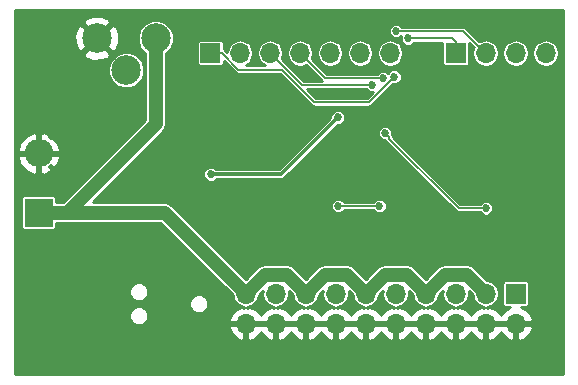
<source format=gbl>
G04 #@! TF.FileFunction,Copper,L2,Bot,Signal*
%FSLAX46Y46*%
G04 Gerber Fmt 4.6, Leading zero omitted, Abs format (unit mm)*
G04 Created by KiCad (PCBNEW 4.0.7) date 01/22/18 19:47:42*
%MOMM*%
%LPD*%
G01*
G04 APERTURE LIST*
%ADD10C,0.100000*%
%ADD11C,0.508000*%
%ADD12R,2.400000X2.400000*%
%ADD13O,2.400000X2.400000*%
%ADD14R,1.700000X1.700000*%
%ADD15O,1.700000X1.700000*%
%ADD16C,2.500000*%
%ADD17C,0.685800*%
%ADD18C,1.219200*%
%ADD19C,0.304800*%
%ADD20C,0.152400*%
%ADD21C,0.254000*%
G04 APERTURE END LIST*
D10*
D11*
X135737600Y-74574400D03*
X154952700Y-59601100D03*
X143903700Y-61582300D03*
X173139100Y-78193900D03*
X170599100Y-78193900D03*
X168059100Y-78193900D03*
X165519100Y-78193900D03*
X162979100Y-78193900D03*
X160439100Y-78193900D03*
X157899100Y-78193900D03*
X155359100Y-78193900D03*
X152819100Y-78193900D03*
X150279100Y-78193900D03*
X147739100Y-78193900D03*
X145199100Y-78193900D03*
X142659100Y-78193900D03*
X140131800Y-78536800D03*
X137591800Y-78536800D03*
X135039100Y-78193900D03*
X132499100Y-78193900D03*
X129959100Y-78193900D03*
X127419100Y-78193900D03*
X173139100Y-75653900D03*
X170611800Y-74942700D03*
X168071800Y-74942700D03*
X165531800Y-74942700D03*
X162991800Y-74942700D03*
X160451800Y-74942700D03*
X157911800Y-74942700D03*
X155371800Y-74942700D03*
X152831800Y-74942700D03*
X150291800Y-74942700D03*
X147751800Y-74942700D03*
X145211800Y-74942700D03*
X140893800Y-76403200D03*
X140576300Y-74523600D03*
X135991600Y-72402700D03*
X132499100Y-75653900D03*
X129959100Y-75653900D03*
X127419100Y-75653900D03*
X173139100Y-73113900D03*
X170599100Y-73113900D03*
X168059100Y-73113900D03*
X142633700Y-72377300D03*
X140119100Y-73113900D03*
X137363200Y-74587100D03*
X132499100Y-73113900D03*
X129959100Y-73113900D03*
X127419100Y-73113900D03*
X173139100Y-70573900D03*
X170599100Y-70573900D03*
X168059100Y-70573900D03*
X165519100Y-70573900D03*
X162979100Y-70573900D03*
X160439100Y-70573900D03*
X157899100Y-70573900D03*
X155359100Y-70573900D03*
X152819100Y-70573900D03*
X150279100Y-70573900D03*
X147739100Y-70573900D03*
X145199100Y-70573900D03*
X140119100Y-70573900D03*
X137579100Y-70573900D03*
X132499100Y-70573900D03*
X129959100Y-70573900D03*
X127419100Y-70573900D03*
X173139100Y-68033900D03*
X170599100Y-68033900D03*
X168046400Y-69253100D03*
X165506400Y-69253100D03*
X162966400Y-69253100D03*
X160426400Y-69253100D03*
X157886400Y-69253100D03*
X155346400Y-69253100D03*
X152806400Y-69253100D03*
X150266400Y-69253100D03*
X147726400Y-69253100D03*
X143827500Y-69240400D03*
X142659100Y-68033900D03*
X137579100Y-68033900D03*
X135877300Y-68605400D03*
X132499100Y-68033900D03*
X173139100Y-65493900D03*
X170599100Y-65493900D03*
X168059100Y-65493900D03*
X165519100Y-65493900D03*
X162458400Y-65963800D03*
X160147000Y-65938400D03*
X157365700Y-65468500D03*
X154622500Y-64922400D03*
X152819100Y-65493900D03*
X149885400Y-66230500D03*
X140119100Y-65493900D03*
X135039100Y-65493900D03*
X173139100Y-62953900D03*
X170599100Y-62953900D03*
X168059100Y-62953900D03*
X165519100Y-62953900D03*
X162979100Y-62953900D03*
X161264600Y-62090300D03*
X157873700Y-62293500D03*
X155625800Y-61391800D03*
X153136600Y-63220600D03*
X146380200Y-62890400D03*
X142659100Y-62953900D03*
X140119100Y-62953900D03*
X136931400Y-63411100D03*
X132499100Y-62953900D03*
X129959100Y-62953900D03*
X127419100Y-62953900D03*
X173139100Y-60413900D03*
X170599100Y-60413900D03*
X168059100Y-60413900D03*
X166281100Y-60413900D03*
X163626800Y-60147200D03*
X160299400Y-60032900D03*
X150914100Y-59778900D03*
X148856700Y-60413900D03*
X145199100Y-60413900D03*
X142659100Y-60413900D03*
X135039100Y-60413900D03*
X132499100Y-60413900D03*
X129959100Y-60413900D03*
X127419100Y-60413900D03*
X173139100Y-57873900D03*
X170599100Y-57873900D03*
X168440100Y-57886600D03*
X165519100Y-57873900D03*
X160121600Y-57581800D03*
X154978100Y-58140600D03*
X152019000Y-58445400D03*
X150787100Y-57086500D03*
X147916900Y-56845200D03*
X144983200Y-56870600D03*
X142455900Y-56857900D03*
X140119100Y-57873900D03*
X137579100Y-57873900D03*
X135039100Y-57873900D03*
X132499100Y-57873900D03*
X129959100Y-57873900D03*
X127419100Y-57873900D03*
X173139100Y-55333900D03*
X168059100Y-55333900D03*
X165519100Y-55333900D03*
X162979100Y-55333900D03*
X159524700Y-56070500D03*
X156324300Y-56769000D03*
X155295600Y-54889400D03*
X153466800Y-56705500D03*
X149542500Y-55714900D03*
X147739100Y-55333900D03*
X144983200Y-55206900D03*
X142659100Y-55333900D03*
X140119100Y-55333900D03*
X154647900Y-52108100D03*
X157429200Y-52641500D03*
X132499100Y-55333900D03*
X129959100Y-55333900D03*
X127419100Y-55333900D03*
X173139100Y-52793900D03*
X170599100Y-52793900D03*
X168059100Y-52793900D03*
X162979100Y-52793900D03*
X159969200Y-54292500D03*
X129959100Y-52793900D03*
X127419100Y-52793900D03*
X173139100Y-50253900D03*
X170599100Y-50253900D03*
X168059100Y-50253900D03*
X165519100Y-50253900D03*
X162979100Y-50253900D03*
X160439100Y-50253900D03*
X158089600Y-49936400D03*
X155371800Y-49936400D03*
X152831800Y-49923700D03*
X150139400Y-49923700D03*
X147739100Y-50253900D03*
X145199100Y-50253900D03*
X142659100Y-50253900D03*
X140119100Y-50253900D03*
X137579100Y-50253900D03*
X135039100Y-50253900D03*
X132499100Y-50253900D03*
X129959100Y-50253900D03*
D12*
X128950000Y-66850000D03*
D13*
X128950000Y-61850000D03*
D14*
X143450000Y-53350000D03*
D15*
X145990000Y-53350000D03*
X148530000Y-53350000D03*
X151070000Y-53350000D03*
X153610000Y-53350000D03*
X156150000Y-53350000D03*
X158690000Y-53350000D03*
D16*
X136350000Y-54800000D03*
X138850000Y-52100000D03*
X133850000Y-52100000D03*
D14*
X164250000Y-53350000D03*
D15*
X166790000Y-53350000D03*
X169330000Y-53350000D03*
X171870000Y-53350000D03*
D14*
X169320000Y-73710000D03*
D15*
X169320000Y-76250000D03*
X166780000Y-73710000D03*
X166780000Y-76250000D03*
X164240000Y-73710000D03*
X164240000Y-76250000D03*
X161700000Y-73710000D03*
X161700000Y-76250000D03*
X159160000Y-73710000D03*
X159160000Y-76250000D03*
X156620000Y-73710000D03*
X156620000Y-76250000D03*
X154080000Y-73710000D03*
X154080000Y-76250000D03*
X151540000Y-73710000D03*
X151540000Y-76250000D03*
X149000000Y-73710000D03*
X149000000Y-76250000D03*
X146460000Y-73710000D03*
X146460000Y-76250000D03*
D11*
X127419100Y-50253900D03*
D17*
X154254200Y-58801000D03*
X143497300Y-63614300D03*
X159042100Y-55346600D03*
X159181800Y-51473100D03*
X160223200Y-52108100D03*
X157138620Y-56060254D03*
X158093987Y-55486475D03*
X158254700Y-60121800D03*
X166801800Y-66484500D03*
X157784800Y-66294000D03*
X154305000Y-66294000D03*
D18*
X161700000Y-73710000D02*
X163312001Y-72097999D01*
X163312001Y-72097999D02*
X165167999Y-72097999D01*
X165167999Y-72097999D02*
X165930001Y-72860001D01*
X165930001Y-72860001D02*
X166780000Y-73710000D01*
X156620000Y-73710000D02*
X158232001Y-72097999D01*
X158232001Y-72097999D02*
X160087999Y-72097999D01*
X160087999Y-72097999D02*
X160850001Y-72860001D01*
X160850001Y-72860001D02*
X161700000Y-73710000D01*
X151540000Y-73710000D02*
X153152001Y-72097999D01*
X153152001Y-72097999D02*
X155007999Y-72097999D01*
X155007999Y-72097999D02*
X155770001Y-72860001D01*
X155770001Y-72860001D02*
X156620000Y-73710000D01*
X146460000Y-73710000D02*
X148072001Y-72097999D01*
X148072001Y-72097999D02*
X149927999Y-72097999D01*
X149927999Y-72097999D02*
X150690001Y-72860001D01*
X150690001Y-72860001D02*
X151540000Y-73710000D01*
X128950000Y-66850000D02*
X139600000Y-66850000D01*
X139600000Y-66850000D02*
X146460000Y-73710000D01*
X138850000Y-52100000D02*
X138850000Y-59369200D01*
X138850000Y-59369200D02*
X131369200Y-66850000D01*
X131369200Y-66850000D02*
X128950000Y-66850000D01*
D19*
X143497300Y-63614300D02*
X149440900Y-63614300D01*
X149440900Y-63614300D02*
X154254200Y-58801000D01*
D20*
X152267236Y-57518302D02*
X156870398Y-57518302D01*
X156870398Y-57518302D02*
X159042100Y-55346600D01*
X145852100Y-54749700D02*
X149498634Y-54749700D01*
X144452400Y-53350000D02*
X145852100Y-54749700D01*
X143450000Y-53350000D02*
X144452400Y-53350000D01*
X149498634Y-54749700D02*
X152267236Y-57518302D01*
X159181800Y-51473100D02*
X164863100Y-51473100D01*
X164863100Y-51473100D02*
X166790000Y-53400000D01*
X160223200Y-52108100D02*
X163960500Y-52108100D01*
X163960500Y-52108100D02*
X164250000Y-52397600D01*
X164250000Y-52397600D02*
X164250000Y-53400000D01*
X148530000Y-53350000D02*
X151240254Y-56060254D01*
X156653687Y-56060254D02*
X157138620Y-56060254D01*
X151240254Y-56060254D02*
X156653687Y-56060254D01*
X157609054Y-55486475D02*
X158093987Y-55486475D01*
X153206475Y-55486475D02*
X157609054Y-55486475D01*
X151070000Y-53350000D02*
X153206475Y-55486475D01*
X158254700Y-60121800D02*
X158597599Y-60464699D01*
X158597599Y-60464699D02*
X158597599Y-60596261D01*
X158597599Y-60596261D02*
X164485838Y-66484500D01*
X166801800Y-66484500D02*
X164485838Y-66484500D01*
X154305000Y-66294000D02*
X157784800Y-66294000D01*
D21*
G36*
X173346400Y-80546400D02*
X126953600Y-80546400D01*
X126953600Y-76606892D01*
X145018514Y-76606892D01*
X145264817Y-77131358D01*
X145693076Y-77521645D01*
X146103110Y-77691476D01*
X146333000Y-77570155D01*
X146333000Y-76377000D01*
X146587000Y-76377000D01*
X146587000Y-77570155D01*
X146816890Y-77691476D01*
X147226924Y-77521645D01*
X147655183Y-77131358D01*
X147730000Y-76972046D01*
X147804817Y-77131358D01*
X148233076Y-77521645D01*
X148643110Y-77691476D01*
X148873000Y-77570155D01*
X148873000Y-76377000D01*
X149127000Y-76377000D01*
X149127000Y-77570155D01*
X149356890Y-77691476D01*
X149766924Y-77521645D01*
X150195183Y-77131358D01*
X150270000Y-76972046D01*
X150344817Y-77131358D01*
X150773076Y-77521645D01*
X151183110Y-77691476D01*
X151413000Y-77570155D01*
X151413000Y-76377000D01*
X151667000Y-76377000D01*
X151667000Y-77570155D01*
X151896890Y-77691476D01*
X152306924Y-77521645D01*
X152735183Y-77131358D01*
X152810000Y-76972046D01*
X152884817Y-77131358D01*
X153313076Y-77521645D01*
X153723110Y-77691476D01*
X153953000Y-77570155D01*
X153953000Y-76377000D01*
X154207000Y-76377000D01*
X154207000Y-77570155D01*
X154436890Y-77691476D01*
X154846924Y-77521645D01*
X155275183Y-77131358D01*
X155350000Y-76972046D01*
X155424817Y-77131358D01*
X155853076Y-77521645D01*
X156263110Y-77691476D01*
X156493000Y-77570155D01*
X156493000Y-76377000D01*
X156747000Y-76377000D01*
X156747000Y-77570155D01*
X156976890Y-77691476D01*
X157386924Y-77521645D01*
X157815183Y-77131358D01*
X157890000Y-76972046D01*
X157964817Y-77131358D01*
X158393076Y-77521645D01*
X158803110Y-77691476D01*
X159033000Y-77570155D01*
X159033000Y-76377000D01*
X159287000Y-76377000D01*
X159287000Y-77570155D01*
X159516890Y-77691476D01*
X159926924Y-77521645D01*
X160355183Y-77131358D01*
X160430000Y-76972046D01*
X160504817Y-77131358D01*
X160933076Y-77521645D01*
X161343110Y-77691476D01*
X161573000Y-77570155D01*
X161573000Y-76377000D01*
X161827000Y-76377000D01*
X161827000Y-77570155D01*
X162056890Y-77691476D01*
X162466924Y-77521645D01*
X162895183Y-77131358D01*
X162970000Y-76972046D01*
X163044817Y-77131358D01*
X163473076Y-77521645D01*
X163883110Y-77691476D01*
X164113000Y-77570155D01*
X164113000Y-76377000D01*
X164367000Y-76377000D01*
X164367000Y-77570155D01*
X164596890Y-77691476D01*
X165006924Y-77521645D01*
X165435183Y-77131358D01*
X165510000Y-76972046D01*
X165584817Y-77131358D01*
X166013076Y-77521645D01*
X166423110Y-77691476D01*
X166653000Y-77570155D01*
X166653000Y-76377000D01*
X166907000Y-76377000D01*
X166907000Y-77570155D01*
X167136890Y-77691476D01*
X167546924Y-77521645D01*
X167975183Y-77131358D01*
X168050000Y-76972046D01*
X168124817Y-77131358D01*
X168553076Y-77521645D01*
X168963110Y-77691476D01*
X169193000Y-77570155D01*
X169193000Y-76377000D01*
X169447000Y-76377000D01*
X169447000Y-77570155D01*
X169676890Y-77691476D01*
X170086924Y-77521645D01*
X170515183Y-77131358D01*
X170761486Y-76606892D01*
X170640819Y-76377000D01*
X169447000Y-76377000D01*
X169193000Y-76377000D01*
X166907000Y-76377000D01*
X166653000Y-76377000D01*
X164367000Y-76377000D01*
X164113000Y-76377000D01*
X161827000Y-76377000D01*
X161573000Y-76377000D01*
X159287000Y-76377000D01*
X159033000Y-76377000D01*
X156747000Y-76377000D01*
X156493000Y-76377000D01*
X154207000Y-76377000D01*
X153953000Y-76377000D01*
X151667000Y-76377000D01*
X151413000Y-76377000D01*
X149127000Y-76377000D01*
X148873000Y-76377000D01*
X146587000Y-76377000D01*
X146333000Y-76377000D01*
X145139181Y-76377000D01*
X145018514Y-76606892D01*
X126953600Y-76606892D01*
X126953600Y-75760967D01*
X136587059Y-75760967D01*
X136710540Y-76059813D01*
X136938984Y-76288657D01*
X137237615Y-76412659D01*
X137560967Y-76412941D01*
X137859813Y-76289460D01*
X138088657Y-76061016D01*
X138212659Y-75762385D01*
X138212941Y-75439033D01*
X138089460Y-75140187D01*
X137861016Y-74911343D01*
X137562385Y-74787341D01*
X137239033Y-74787059D01*
X136940187Y-74910540D01*
X136711343Y-75138984D01*
X136587341Y-75437615D01*
X136587059Y-75760967D01*
X126953600Y-75760967D01*
X126953600Y-74744967D01*
X141667059Y-74744967D01*
X141790540Y-75043813D01*
X142018984Y-75272657D01*
X142317615Y-75396659D01*
X142640967Y-75396941D01*
X142939813Y-75273460D01*
X143168657Y-75045016D01*
X143292659Y-74746385D01*
X143292941Y-74423033D01*
X143169460Y-74124187D01*
X142941016Y-73895343D01*
X142642385Y-73771341D01*
X142319033Y-73771059D01*
X142020187Y-73894540D01*
X141791343Y-74122984D01*
X141667341Y-74421615D01*
X141667059Y-74744967D01*
X126953600Y-74744967D01*
X126953600Y-73728967D01*
X136587059Y-73728967D01*
X136710540Y-74027813D01*
X136938984Y-74256657D01*
X137237615Y-74380659D01*
X137560967Y-74380941D01*
X137859813Y-74257460D01*
X138088657Y-74029016D01*
X138212659Y-73730385D01*
X138212941Y-73407033D01*
X138089460Y-73108187D01*
X137861016Y-72879343D01*
X137562385Y-72755341D01*
X137239033Y-72755059D01*
X136940187Y-72878540D01*
X136711343Y-73106984D01*
X136587341Y-73405615D01*
X136587059Y-73728967D01*
X126953600Y-73728967D01*
X126953600Y-65650000D01*
X127465127Y-65650000D01*
X127465127Y-68050000D01*
X127484609Y-68153539D01*
X127545801Y-68248634D01*
X127639168Y-68312429D01*
X127750000Y-68334873D01*
X130150000Y-68334873D01*
X130253539Y-68315391D01*
X130348634Y-68254199D01*
X130412429Y-68160832D01*
X130434873Y-68050000D01*
X130434873Y-67739000D01*
X139231764Y-67739000D01*
X145356848Y-73864084D01*
X145416570Y-74164329D01*
X145661394Y-74530732D01*
X146027797Y-74775556D01*
X146332998Y-74836264D01*
X146332998Y-74929844D01*
X146103110Y-74808524D01*
X145693076Y-74978355D01*
X145264817Y-75368642D01*
X145018514Y-75893108D01*
X145139181Y-76123000D01*
X146333000Y-76123000D01*
X146333000Y-76103000D01*
X146587000Y-76103000D01*
X146587000Y-76123000D01*
X148873000Y-76123000D01*
X148873000Y-76103000D01*
X149127000Y-76103000D01*
X149127000Y-76123000D01*
X151413000Y-76123000D01*
X151413000Y-76103000D01*
X151667000Y-76103000D01*
X151667000Y-76123000D01*
X153953000Y-76123000D01*
X153953000Y-76103000D01*
X154207000Y-76103000D01*
X154207000Y-76123000D01*
X156493000Y-76123000D01*
X156493000Y-76103000D01*
X156747000Y-76103000D01*
X156747000Y-76123000D01*
X159033000Y-76123000D01*
X159033000Y-76103000D01*
X159287000Y-76103000D01*
X159287000Y-76123000D01*
X161573000Y-76123000D01*
X161573000Y-76103000D01*
X161827000Y-76103000D01*
X161827000Y-76123000D01*
X164113000Y-76123000D01*
X164113000Y-76103000D01*
X164367000Y-76103000D01*
X164367000Y-76123000D01*
X166653000Y-76123000D01*
X166653000Y-76103000D01*
X166907000Y-76103000D01*
X166907000Y-76123000D01*
X169193000Y-76123000D01*
X169193000Y-76103000D01*
X169447000Y-76103000D01*
X169447000Y-76123000D01*
X170640819Y-76123000D01*
X170761486Y-75893108D01*
X170515183Y-75368642D01*
X170086924Y-74978355D01*
X169764650Y-74844873D01*
X170170000Y-74844873D01*
X170273539Y-74825391D01*
X170368634Y-74764199D01*
X170432429Y-74670832D01*
X170454873Y-74560000D01*
X170454873Y-72860000D01*
X170435391Y-72756461D01*
X170374199Y-72661366D01*
X170280832Y-72597571D01*
X170170000Y-72575127D01*
X168470000Y-72575127D01*
X168366461Y-72594609D01*
X168271366Y-72655801D01*
X168207571Y-72749168D01*
X168185127Y-72860000D01*
X168185127Y-74560000D01*
X168204609Y-74663539D01*
X168265801Y-74758634D01*
X168359168Y-74822429D01*
X168470000Y-74844873D01*
X168875350Y-74844873D01*
X168553076Y-74978355D01*
X168124817Y-75368642D01*
X168050000Y-75527954D01*
X167975183Y-75368642D01*
X167546924Y-74978355D01*
X167136890Y-74808524D01*
X166907002Y-74929844D01*
X166907002Y-74836264D01*
X167212203Y-74775556D01*
X167578606Y-74530732D01*
X167823430Y-74164329D01*
X167909400Y-73732126D01*
X167909400Y-73687874D01*
X167823430Y-73255671D01*
X167578606Y-72889268D01*
X167212203Y-72644444D01*
X166911958Y-72584722D01*
X165796617Y-71469381D01*
X165508205Y-71276670D01*
X165167999Y-71208999D01*
X163312001Y-71208999D01*
X162971796Y-71276669D01*
X162683383Y-71469381D01*
X161700000Y-72452764D01*
X160716617Y-71469381D01*
X160428205Y-71276670D01*
X160087999Y-71208999D01*
X158232001Y-71208999D01*
X157891796Y-71276669D01*
X157603383Y-71469381D01*
X156620000Y-72452764D01*
X155636617Y-71469381D01*
X155348205Y-71276670D01*
X155007999Y-71208999D01*
X153152001Y-71208999D01*
X152811796Y-71276669D01*
X152523383Y-71469381D01*
X151540000Y-72452764D01*
X150556617Y-71469381D01*
X150268205Y-71276670D01*
X149927999Y-71208999D01*
X148072001Y-71208999D01*
X147731796Y-71276669D01*
X147443383Y-71469381D01*
X146460000Y-72452764D01*
X140424476Y-66417240D01*
X153682592Y-66417240D01*
X153777132Y-66646044D01*
X153952035Y-66821253D01*
X154180674Y-66916192D01*
X154428240Y-66916408D01*
X154657044Y-66821868D01*
X154829613Y-66649600D01*
X157260482Y-66649600D01*
X157431835Y-66821253D01*
X157660474Y-66916192D01*
X157908040Y-66916408D01*
X158136844Y-66821868D01*
X158312053Y-66646965D01*
X158406992Y-66418326D01*
X158407208Y-66170760D01*
X158312668Y-65941956D01*
X158137765Y-65766747D01*
X157909126Y-65671808D01*
X157661560Y-65671592D01*
X157432756Y-65766132D01*
X157260187Y-65938400D01*
X154829318Y-65938400D01*
X154657965Y-65766747D01*
X154429326Y-65671808D01*
X154181760Y-65671592D01*
X153952956Y-65766132D01*
X153777747Y-65941035D01*
X153682808Y-66169674D01*
X153682592Y-66417240D01*
X140424476Y-66417240D01*
X140228618Y-66221382D01*
X140152857Y-66170760D01*
X139940206Y-66028671D01*
X139600000Y-65961000D01*
X133515436Y-65961000D01*
X135738896Y-63737540D01*
X142874892Y-63737540D01*
X142969432Y-63966344D01*
X143144335Y-64141553D01*
X143372974Y-64236492D01*
X143620540Y-64236708D01*
X143849344Y-64142168D01*
X143945580Y-64046100D01*
X149440900Y-64046100D01*
X149606143Y-64013231D01*
X149746229Y-63919629D01*
X153420818Y-60245040D01*
X157632292Y-60245040D01*
X157726832Y-60473844D01*
X157901735Y-60649053D01*
X158130374Y-60743992D01*
X158276936Y-60744120D01*
X158346152Y-60847708D01*
X164234391Y-66735947D01*
X164349756Y-66813032D01*
X164485838Y-66840100D01*
X166277482Y-66840100D01*
X166448835Y-67011753D01*
X166677474Y-67106692D01*
X166925040Y-67106908D01*
X167153844Y-67012368D01*
X167329053Y-66837465D01*
X167423992Y-66608826D01*
X167424208Y-66361260D01*
X167329668Y-66132456D01*
X167154765Y-65957247D01*
X166926126Y-65862308D01*
X166678560Y-65862092D01*
X166449756Y-65956632D01*
X166277187Y-66128900D01*
X164633132Y-66128900D01*
X158949293Y-60445061D01*
X158926131Y-60328617D01*
X158874638Y-60251553D01*
X158876892Y-60246126D01*
X158877108Y-59998560D01*
X158782568Y-59769756D01*
X158607665Y-59594547D01*
X158379026Y-59499608D01*
X158131460Y-59499392D01*
X157902656Y-59593932D01*
X157727447Y-59768835D01*
X157632508Y-59997474D01*
X157632292Y-60245040D01*
X153420818Y-60245040D01*
X154242568Y-59423290D01*
X154377440Y-59423408D01*
X154606244Y-59328868D01*
X154781453Y-59153965D01*
X154876392Y-58925326D01*
X154876608Y-58677760D01*
X154782068Y-58448956D01*
X154607165Y-58273747D01*
X154378526Y-58178808D01*
X154130960Y-58178592D01*
X153902156Y-58273132D01*
X153726947Y-58448035D01*
X153632008Y-58676674D01*
X153631889Y-58812653D01*
X149262042Y-63182500D01*
X143945551Y-63182500D01*
X143850265Y-63087047D01*
X143621626Y-62992108D01*
X143374060Y-62991892D01*
X143145256Y-63086432D01*
X142970047Y-63261335D01*
X142875108Y-63489974D01*
X142874892Y-63737540D01*
X135738896Y-63737540D01*
X139478618Y-59997818D01*
X139486704Y-59985717D01*
X139671329Y-59709406D01*
X139739000Y-59369200D01*
X139739000Y-53373564D01*
X140145806Y-52967467D01*
X140339915Y-52500000D01*
X142315127Y-52500000D01*
X142315127Y-54200000D01*
X142334609Y-54303539D01*
X142395801Y-54398634D01*
X142489168Y-54462429D01*
X142600000Y-54484873D01*
X144300000Y-54484873D01*
X144403539Y-54465391D01*
X144498634Y-54404199D01*
X144562429Y-54310832D01*
X144584873Y-54200000D01*
X144584873Y-53985367D01*
X145600653Y-55001147D01*
X145716017Y-55078232D01*
X145852100Y-55105300D01*
X149351340Y-55105300D01*
X152015788Y-57769749D01*
X152092873Y-57821255D01*
X152131154Y-57846834D01*
X152267236Y-57873902D01*
X156870398Y-57873902D01*
X157006481Y-57846834D01*
X157121845Y-57769749D01*
X158922798Y-55968796D01*
X159165340Y-55969008D01*
X159394144Y-55874468D01*
X159569353Y-55699565D01*
X159664292Y-55470926D01*
X159664508Y-55223360D01*
X159569968Y-54994556D01*
X159395065Y-54819347D01*
X159166426Y-54724408D01*
X158918860Y-54724192D01*
X158690056Y-54818732D01*
X158514847Y-54993635D01*
X158504993Y-55017365D01*
X158446952Y-54959222D01*
X158218313Y-54864283D01*
X157970747Y-54864067D01*
X157741943Y-54958607D01*
X157569374Y-55130875D01*
X153353769Y-55130875D01*
X152078900Y-53856006D01*
X152113430Y-53804329D01*
X152199400Y-53372126D01*
X152199400Y-53327874D01*
X152480600Y-53327874D01*
X152480600Y-53372126D01*
X152566570Y-53804329D01*
X152811394Y-54170732D01*
X153177797Y-54415556D01*
X153610000Y-54501526D01*
X154042203Y-54415556D01*
X154408606Y-54170732D01*
X154653430Y-53804329D01*
X154739400Y-53372126D01*
X154739400Y-53327874D01*
X155020600Y-53327874D01*
X155020600Y-53372126D01*
X155106570Y-53804329D01*
X155351394Y-54170732D01*
X155717797Y-54415556D01*
X156150000Y-54501526D01*
X156582203Y-54415556D01*
X156948606Y-54170732D01*
X157193430Y-53804329D01*
X157279400Y-53372126D01*
X157279400Y-53327874D01*
X157560600Y-53327874D01*
X157560600Y-53372126D01*
X157646570Y-53804329D01*
X157891394Y-54170732D01*
X158257797Y-54415556D01*
X158690000Y-54501526D01*
X159122203Y-54415556D01*
X159488606Y-54170732D01*
X159733430Y-53804329D01*
X159819400Y-53372126D01*
X159819400Y-53327874D01*
X159733430Y-52895671D01*
X159488606Y-52529268D01*
X159122203Y-52284444D01*
X158690000Y-52198474D01*
X158257797Y-52284444D01*
X157891394Y-52529268D01*
X157646570Y-52895671D01*
X157560600Y-53327874D01*
X157279400Y-53327874D01*
X157193430Y-52895671D01*
X156948606Y-52529268D01*
X156582203Y-52284444D01*
X156150000Y-52198474D01*
X155717797Y-52284444D01*
X155351394Y-52529268D01*
X155106570Y-52895671D01*
X155020600Y-53327874D01*
X154739400Y-53327874D01*
X154653430Y-52895671D01*
X154408606Y-52529268D01*
X154042203Y-52284444D01*
X153610000Y-52198474D01*
X153177797Y-52284444D01*
X152811394Y-52529268D01*
X152566570Y-52895671D01*
X152480600Y-53327874D01*
X152199400Y-53327874D01*
X152113430Y-52895671D01*
X151868606Y-52529268D01*
X151502203Y-52284444D01*
X151070000Y-52198474D01*
X150637797Y-52284444D01*
X150271394Y-52529268D01*
X150026570Y-52895671D01*
X149940600Y-53327874D01*
X149940600Y-53372126D01*
X150026570Y-53804329D01*
X150271394Y-54170732D01*
X150637797Y-54415556D01*
X151070000Y-54501526D01*
X151502203Y-54415556D01*
X151580407Y-54363301D01*
X152921760Y-55704654D01*
X151387548Y-55704654D01*
X149538900Y-53856006D01*
X149573430Y-53804329D01*
X149659400Y-53372126D01*
X149659400Y-53327874D01*
X149573430Y-52895671D01*
X149328606Y-52529268D01*
X148962203Y-52284444D01*
X148530000Y-52198474D01*
X148097797Y-52284444D01*
X147731394Y-52529268D01*
X147486570Y-52895671D01*
X147400600Y-53327874D01*
X147400600Y-53372126D01*
X147486570Y-53804329D01*
X147731394Y-54170732D01*
X148065686Y-54394100D01*
X146454314Y-54394100D01*
X146788606Y-54170732D01*
X147033430Y-53804329D01*
X147119400Y-53372126D01*
X147119400Y-53327874D01*
X147033430Y-52895671D01*
X146788606Y-52529268D01*
X146422203Y-52284444D01*
X145990000Y-52198474D01*
X145557797Y-52284444D01*
X145191394Y-52529268D01*
X144946570Y-52895671D01*
X144872640Y-53267346D01*
X144703847Y-53098553D01*
X144588483Y-53021468D01*
X144584873Y-53020750D01*
X144584873Y-52500000D01*
X144565391Y-52396461D01*
X144504199Y-52301366D01*
X144410832Y-52237571D01*
X144300000Y-52215127D01*
X142600000Y-52215127D01*
X142496461Y-52234609D01*
X142401366Y-52295801D01*
X142337571Y-52389168D01*
X142315127Y-52500000D01*
X140339915Y-52500000D01*
X140379134Y-52405551D01*
X140379665Y-51797118D01*
X140296706Y-51596340D01*
X158559392Y-51596340D01*
X158653932Y-51825144D01*
X158828835Y-52000353D01*
X159057474Y-52095292D01*
X159305040Y-52095508D01*
X159533844Y-52000968D01*
X159636364Y-51898627D01*
X159601008Y-51983774D01*
X159600792Y-52231340D01*
X159695332Y-52460144D01*
X159870235Y-52635353D01*
X160098874Y-52730292D01*
X160346440Y-52730508D01*
X160575244Y-52635968D01*
X160747813Y-52463700D01*
X163122478Y-52463700D01*
X163115127Y-52500000D01*
X163115127Y-54200000D01*
X163134609Y-54303539D01*
X163195801Y-54398634D01*
X163289168Y-54462429D01*
X163400000Y-54484873D01*
X165100000Y-54484873D01*
X165203539Y-54465391D01*
X165298634Y-54404199D01*
X165362429Y-54310832D01*
X165384873Y-54200000D01*
X165384873Y-52500000D01*
X165384355Y-52497249D01*
X165761073Y-52873967D01*
X165746570Y-52895671D01*
X165660600Y-53327874D01*
X165660600Y-53372126D01*
X165746570Y-53804329D01*
X165991394Y-54170732D01*
X166357797Y-54415556D01*
X166790000Y-54501526D01*
X167222203Y-54415556D01*
X167588606Y-54170732D01*
X167833430Y-53804329D01*
X167919400Y-53372126D01*
X167919400Y-53327874D01*
X168200600Y-53327874D01*
X168200600Y-53372126D01*
X168286570Y-53804329D01*
X168531394Y-54170732D01*
X168897797Y-54415556D01*
X169330000Y-54501526D01*
X169762203Y-54415556D01*
X170128606Y-54170732D01*
X170373430Y-53804329D01*
X170459400Y-53372126D01*
X170459400Y-53327874D01*
X170740600Y-53327874D01*
X170740600Y-53372126D01*
X170826570Y-53804329D01*
X171071394Y-54170732D01*
X171437797Y-54415556D01*
X171870000Y-54501526D01*
X172302203Y-54415556D01*
X172668606Y-54170732D01*
X172913430Y-53804329D01*
X172999400Y-53372126D01*
X172999400Y-53327874D01*
X172913430Y-52895671D01*
X172668606Y-52529268D01*
X172302203Y-52284444D01*
X171870000Y-52198474D01*
X171437797Y-52284444D01*
X171071394Y-52529268D01*
X170826570Y-52895671D01*
X170740600Y-53327874D01*
X170459400Y-53327874D01*
X170373430Y-52895671D01*
X170128606Y-52529268D01*
X169762203Y-52284444D01*
X169330000Y-52198474D01*
X168897797Y-52284444D01*
X168531394Y-52529268D01*
X168286570Y-52895671D01*
X168200600Y-53327874D01*
X167919400Y-53327874D01*
X167833430Y-52895671D01*
X167588606Y-52529268D01*
X167222203Y-52284444D01*
X166790000Y-52198474D01*
X166357797Y-52284444D01*
X166249620Y-52356726D01*
X165114547Y-51221653D01*
X164999183Y-51144568D01*
X164863100Y-51117500D01*
X159706118Y-51117500D01*
X159534765Y-50945847D01*
X159306126Y-50850908D01*
X159058560Y-50850692D01*
X158829756Y-50945232D01*
X158654547Y-51120135D01*
X158559608Y-51348774D01*
X158559392Y-51596340D01*
X140296706Y-51596340D01*
X140147318Y-51234796D01*
X139717467Y-50804194D01*
X139155551Y-50570866D01*
X138547118Y-50570335D01*
X137984796Y-50802682D01*
X137554194Y-51232533D01*
X137320866Y-51794449D01*
X137320335Y-52402882D01*
X137552682Y-52965204D01*
X137961000Y-53374235D01*
X137961000Y-59000964D01*
X131000964Y-65961000D01*
X130434873Y-65961000D01*
X130434873Y-65650000D01*
X130415391Y-65546461D01*
X130354199Y-65451366D01*
X130260832Y-65387571D01*
X130150000Y-65365127D01*
X127750000Y-65365127D01*
X127646461Y-65384609D01*
X127551366Y-65445801D01*
X127487571Y-65539168D01*
X127465127Y-65650000D01*
X126953600Y-65650000D01*
X126953600Y-62261805D01*
X127161805Y-62261805D01*
X127394358Y-62823258D01*
X127885224Y-63344492D01*
X128538193Y-63638203D01*
X128823000Y-63521858D01*
X128823000Y-61977000D01*
X129077000Y-61977000D01*
X129077000Y-63521858D01*
X129361807Y-63638203D01*
X130014776Y-63344492D01*
X130505642Y-62823258D01*
X130738195Y-62261805D01*
X130621432Y-61977000D01*
X129077000Y-61977000D01*
X128823000Y-61977000D01*
X127278568Y-61977000D01*
X127161805Y-62261805D01*
X126953600Y-62261805D01*
X126953600Y-61438195D01*
X127161805Y-61438195D01*
X127278568Y-61723000D01*
X128823000Y-61723000D01*
X128823000Y-60178142D01*
X129077000Y-60178142D01*
X129077000Y-61723000D01*
X130621432Y-61723000D01*
X130738195Y-61438195D01*
X130505642Y-60876742D01*
X130014776Y-60355508D01*
X129361807Y-60061797D01*
X129077000Y-60178142D01*
X128823000Y-60178142D01*
X128538193Y-60061797D01*
X127885224Y-60355508D01*
X127394358Y-60876742D01*
X127161805Y-61438195D01*
X126953600Y-61438195D01*
X126953600Y-55102882D01*
X134820335Y-55102882D01*
X135052682Y-55665204D01*
X135482533Y-56095806D01*
X136044449Y-56329134D01*
X136652882Y-56329665D01*
X137215204Y-56097318D01*
X137645806Y-55667467D01*
X137879134Y-55105551D01*
X137879665Y-54497118D01*
X137647318Y-53934796D01*
X137217467Y-53504194D01*
X136655551Y-53270866D01*
X136047118Y-53270335D01*
X135484796Y-53502682D01*
X135054194Y-53932533D01*
X134820866Y-54494449D01*
X134820335Y-55102882D01*
X126953600Y-55102882D01*
X126953600Y-53433320D01*
X132696285Y-53433320D01*
X132825533Y-53726123D01*
X133525806Y-53994388D01*
X134275435Y-53974250D01*
X134874467Y-53726123D01*
X135003715Y-53433320D01*
X133850000Y-52279605D01*
X132696285Y-53433320D01*
X126953600Y-53433320D01*
X126953600Y-51775806D01*
X131955612Y-51775806D01*
X131975750Y-52525435D01*
X132223877Y-53124467D01*
X132516680Y-53253715D01*
X133670395Y-52100000D01*
X134029605Y-52100000D01*
X135183320Y-53253715D01*
X135476123Y-53124467D01*
X135744388Y-52424194D01*
X135724250Y-51674565D01*
X135476123Y-51075533D01*
X135183320Y-50946285D01*
X134029605Y-52100000D01*
X133670395Y-52100000D01*
X132516680Y-50946285D01*
X132223877Y-51075533D01*
X131955612Y-51775806D01*
X126953600Y-51775806D01*
X126953600Y-50766680D01*
X132696285Y-50766680D01*
X133850000Y-51920395D01*
X135003715Y-50766680D01*
X134874467Y-50473877D01*
X134174194Y-50205612D01*
X133424565Y-50225750D01*
X132825533Y-50473877D01*
X132696285Y-50766680D01*
X126953600Y-50766680D01*
X126953600Y-49703600D01*
X173346400Y-49703600D01*
X173346400Y-80546400D01*
X173346400Y-80546400D01*
G37*
X173346400Y-80546400D02*
X126953600Y-80546400D01*
X126953600Y-76606892D01*
X145018514Y-76606892D01*
X145264817Y-77131358D01*
X145693076Y-77521645D01*
X146103110Y-77691476D01*
X146333000Y-77570155D01*
X146333000Y-76377000D01*
X146587000Y-76377000D01*
X146587000Y-77570155D01*
X146816890Y-77691476D01*
X147226924Y-77521645D01*
X147655183Y-77131358D01*
X147730000Y-76972046D01*
X147804817Y-77131358D01*
X148233076Y-77521645D01*
X148643110Y-77691476D01*
X148873000Y-77570155D01*
X148873000Y-76377000D01*
X149127000Y-76377000D01*
X149127000Y-77570155D01*
X149356890Y-77691476D01*
X149766924Y-77521645D01*
X150195183Y-77131358D01*
X150270000Y-76972046D01*
X150344817Y-77131358D01*
X150773076Y-77521645D01*
X151183110Y-77691476D01*
X151413000Y-77570155D01*
X151413000Y-76377000D01*
X151667000Y-76377000D01*
X151667000Y-77570155D01*
X151896890Y-77691476D01*
X152306924Y-77521645D01*
X152735183Y-77131358D01*
X152810000Y-76972046D01*
X152884817Y-77131358D01*
X153313076Y-77521645D01*
X153723110Y-77691476D01*
X153953000Y-77570155D01*
X153953000Y-76377000D01*
X154207000Y-76377000D01*
X154207000Y-77570155D01*
X154436890Y-77691476D01*
X154846924Y-77521645D01*
X155275183Y-77131358D01*
X155350000Y-76972046D01*
X155424817Y-77131358D01*
X155853076Y-77521645D01*
X156263110Y-77691476D01*
X156493000Y-77570155D01*
X156493000Y-76377000D01*
X156747000Y-76377000D01*
X156747000Y-77570155D01*
X156976890Y-77691476D01*
X157386924Y-77521645D01*
X157815183Y-77131358D01*
X157890000Y-76972046D01*
X157964817Y-77131358D01*
X158393076Y-77521645D01*
X158803110Y-77691476D01*
X159033000Y-77570155D01*
X159033000Y-76377000D01*
X159287000Y-76377000D01*
X159287000Y-77570155D01*
X159516890Y-77691476D01*
X159926924Y-77521645D01*
X160355183Y-77131358D01*
X160430000Y-76972046D01*
X160504817Y-77131358D01*
X160933076Y-77521645D01*
X161343110Y-77691476D01*
X161573000Y-77570155D01*
X161573000Y-76377000D01*
X161827000Y-76377000D01*
X161827000Y-77570155D01*
X162056890Y-77691476D01*
X162466924Y-77521645D01*
X162895183Y-77131358D01*
X162970000Y-76972046D01*
X163044817Y-77131358D01*
X163473076Y-77521645D01*
X163883110Y-77691476D01*
X164113000Y-77570155D01*
X164113000Y-76377000D01*
X164367000Y-76377000D01*
X164367000Y-77570155D01*
X164596890Y-77691476D01*
X165006924Y-77521645D01*
X165435183Y-77131358D01*
X165510000Y-76972046D01*
X165584817Y-77131358D01*
X166013076Y-77521645D01*
X166423110Y-77691476D01*
X166653000Y-77570155D01*
X166653000Y-76377000D01*
X166907000Y-76377000D01*
X166907000Y-77570155D01*
X167136890Y-77691476D01*
X167546924Y-77521645D01*
X167975183Y-77131358D01*
X168050000Y-76972046D01*
X168124817Y-77131358D01*
X168553076Y-77521645D01*
X168963110Y-77691476D01*
X169193000Y-77570155D01*
X169193000Y-76377000D01*
X169447000Y-76377000D01*
X169447000Y-77570155D01*
X169676890Y-77691476D01*
X170086924Y-77521645D01*
X170515183Y-77131358D01*
X170761486Y-76606892D01*
X170640819Y-76377000D01*
X169447000Y-76377000D01*
X169193000Y-76377000D01*
X166907000Y-76377000D01*
X166653000Y-76377000D01*
X164367000Y-76377000D01*
X164113000Y-76377000D01*
X161827000Y-76377000D01*
X161573000Y-76377000D01*
X159287000Y-76377000D01*
X159033000Y-76377000D01*
X156747000Y-76377000D01*
X156493000Y-76377000D01*
X154207000Y-76377000D01*
X153953000Y-76377000D01*
X151667000Y-76377000D01*
X151413000Y-76377000D01*
X149127000Y-76377000D01*
X148873000Y-76377000D01*
X146587000Y-76377000D01*
X146333000Y-76377000D01*
X145139181Y-76377000D01*
X145018514Y-76606892D01*
X126953600Y-76606892D01*
X126953600Y-75760967D01*
X136587059Y-75760967D01*
X136710540Y-76059813D01*
X136938984Y-76288657D01*
X137237615Y-76412659D01*
X137560967Y-76412941D01*
X137859813Y-76289460D01*
X138088657Y-76061016D01*
X138212659Y-75762385D01*
X138212941Y-75439033D01*
X138089460Y-75140187D01*
X137861016Y-74911343D01*
X137562385Y-74787341D01*
X137239033Y-74787059D01*
X136940187Y-74910540D01*
X136711343Y-75138984D01*
X136587341Y-75437615D01*
X136587059Y-75760967D01*
X126953600Y-75760967D01*
X126953600Y-74744967D01*
X141667059Y-74744967D01*
X141790540Y-75043813D01*
X142018984Y-75272657D01*
X142317615Y-75396659D01*
X142640967Y-75396941D01*
X142939813Y-75273460D01*
X143168657Y-75045016D01*
X143292659Y-74746385D01*
X143292941Y-74423033D01*
X143169460Y-74124187D01*
X142941016Y-73895343D01*
X142642385Y-73771341D01*
X142319033Y-73771059D01*
X142020187Y-73894540D01*
X141791343Y-74122984D01*
X141667341Y-74421615D01*
X141667059Y-74744967D01*
X126953600Y-74744967D01*
X126953600Y-73728967D01*
X136587059Y-73728967D01*
X136710540Y-74027813D01*
X136938984Y-74256657D01*
X137237615Y-74380659D01*
X137560967Y-74380941D01*
X137859813Y-74257460D01*
X138088657Y-74029016D01*
X138212659Y-73730385D01*
X138212941Y-73407033D01*
X138089460Y-73108187D01*
X137861016Y-72879343D01*
X137562385Y-72755341D01*
X137239033Y-72755059D01*
X136940187Y-72878540D01*
X136711343Y-73106984D01*
X136587341Y-73405615D01*
X136587059Y-73728967D01*
X126953600Y-73728967D01*
X126953600Y-65650000D01*
X127465127Y-65650000D01*
X127465127Y-68050000D01*
X127484609Y-68153539D01*
X127545801Y-68248634D01*
X127639168Y-68312429D01*
X127750000Y-68334873D01*
X130150000Y-68334873D01*
X130253539Y-68315391D01*
X130348634Y-68254199D01*
X130412429Y-68160832D01*
X130434873Y-68050000D01*
X130434873Y-67739000D01*
X139231764Y-67739000D01*
X145356848Y-73864084D01*
X145416570Y-74164329D01*
X145661394Y-74530732D01*
X146027797Y-74775556D01*
X146332998Y-74836264D01*
X146332998Y-74929844D01*
X146103110Y-74808524D01*
X145693076Y-74978355D01*
X145264817Y-75368642D01*
X145018514Y-75893108D01*
X145139181Y-76123000D01*
X146333000Y-76123000D01*
X146333000Y-76103000D01*
X146587000Y-76103000D01*
X146587000Y-76123000D01*
X148873000Y-76123000D01*
X148873000Y-76103000D01*
X149127000Y-76103000D01*
X149127000Y-76123000D01*
X151413000Y-76123000D01*
X151413000Y-76103000D01*
X151667000Y-76103000D01*
X151667000Y-76123000D01*
X153953000Y-76123000D01*
X153953000Y-76103000D01*
X154207000Y-76103000D01*
X154207000Y-76123000D01*
X156493000Y-76123000D01*
X156493000Y-76103000D01*
X156747000Y-76103000D01*
X156747000Y-76123000D01*
X159033000Y-76123000D01*
X159033000Y-76103000D01*
X159287000Y-76103000D01*
X159287000Y-76123000D01*
X161573000Y-76123000D01*
X161573000Y-76103000D01*
X161827000Y-76103000D01*
X161827000Y-76123000D01*
X164113000Y-76123000D01*
X164113000Y-76103000D01*
X164367000Y-76103000D01*
X164367000Y-76123000D01*
X166653000Y-76123000D01*
X166653000Y-76103000D01*
X166907000Y-76103000D01*
X166907000Y-76123000D01*
X169193000Y-76123000D01*
X169193000Y-76103000D01*
X169447000Y-76103000D01*
X169447000Y-76123000D01*
X170640819Y-76123000D01*
X170761486Y-75893108D01*
X170515183Y-75368642D01*
X170086924Y-74978355D01*
X169764650Y-74844873D01*
X170170000Y-74844873D01*
X170273539Y-74825391D01*
X170368634Y-74764199D01*
X170432429Y-74670832D01*
X170454873Y-74560000D01*
X170454873Y-72860000D01*
X170435391Y-72756461D01*
X170374199Y-72661366D01*
X170280832Y-72597571D01*
X170170000Y-72575127D01*
X168470000Y-72575127D01*
X168366461Y-72594609D01*
X168271366Y-72655801D01*
X168207571Y-72749168D01*
X168185127Y-72860000D01*
X168185127Y-74560000D01*
X168204609Y-74663539D01*
X168265801Y-74758634D01*
X168359168Y-74822429D01*
X168470000Y-74844873D01*
X168875350Y-74844873D01*
X168553076Y-74978355D01*
X168124817Y-75368642D01*
X168050000Y-75527954D01*
X167975183Y-75368642D01*
X167546924Y-74978355D01*
X167136890Y-74808524D01*
X166907002Y-74929844D01*
X166907002Y-74836264D01*
X167212203Y-74775556D01*
X167578606Y-74530732D01*
X167823430Y-74164329D01*
X167909400Y-73732126D01*
X167909400Y-73687874D01*
X167823430Y-73255671D01*
X167578606Y-72889268D01*
X167212203Y-72644444D01*
X166911958Y-72584722D01*
X165796617Y-71469381D01*
X165508205Y-71276670D01*
X165167999Y-71208999D01*
X163312001Y-71208999D01*
X162971796Y-71276669D01*
X162683383Y-71469381D01*
X161700000Y-72452764D01*
X160716617Y-71469381D01*
X160428205Y-71276670D01*
X160087999Y-71208999D01*
X158232001Y-71208999D01*
X157891796Y-71276669D01*
X157603383Y-71469381D01*
X156620000Y-72452764D01*
X155636617Y-71469381D01*
X155348205Y-71276670D01*
X155007999Y-71208999D01*
X153152001Y-71208999D01*
X152811796Y-71276669D01*
X152523383Y-71469381D01*
X151540000Y-72452764D01*
X150556617Y-71469381D01*
X150268205Y-71276670D01*
X149927999Y-71208999D01*
X148072001Y-71208999D01*
X147731796Y-71276669D01*
X147443383Y-71469381D01*
X146460000Y-72452764D01*
X140424476Y-66417240D01*
X153682592Y-66417240D01*
X153777132Y-66646044D01*
X153952035Y-66821253D01*
X154180674Y-66916192D01*
X154428240Y-66916408D01*
X154657044Y-66821868D01*
X154829613Y-66649600D01*
X157260482Y-66649600D01*
X157431835Y-66821253D01*
X157660474Y-66916192D01*
X157908040Y-66916408D01*
X158136844Y-66821868D01*
X158312053Y-66646965D01*
X158406992Y-66418326D01*
X158407208Y-66170760D01*
X158312668Y-65941956D01*
X158137765Y-65766747D01*
X157909126Y-65671808D01*
X157661560Y-65671592D01*
X157432756Y-65766132D01*
X157260187Y-65938400D01*
X154829318Y-65938400D01*
X154657965Y-65766747D01*
X154429326Y-65671808D01*
X154181760Y-65671592D01*
X153952956Y-65766132D01*
X153777747Y-65941035D01*
X153682808Y-66169674D01*
X153682592Y-66417240D01*
X140424476Y-66417240D01*
X140228618Y-66221382D01*
X140152857Y-66170760D01*
X139940206Y-66028671D01*
X139600000Y-65961000D01*
X133515436Y-65961000D01*
X135738896Y-63737540D01*
X142874892Y-63737540D01*
X142969432Y-63966344D01*
X143144335Y-64141553D01*
X143372974Y-64236492D01*
X143620540Y-64236708D01*
X143849344Y-64142168D01*
X143945580Y-64046100D01*
X149440900Y-64046100D01*
X149606143Y-64013231D01*
X149746229Y-63919629D01*
X153420818Y-60245040D01*
X157632292Y-60245040D01*
X157726832Y-60473844D01*
X157901735Y-60649053D01*
X158130374Y-60743992D01*
X158276936Y-60744120D01*
X158346152Y-60847708D01*
X164234391Y-66735947D01*
X164349756Y-66813032D01*
X164485838Y-66840100D01*
X166277482Y-66840100D01*
X166448835Y-67011753D01*
X166677474Y-67106692D01*
X166925040Y-67106908D01*
X167153844Y-67012368D01*
X167329053Y-66837465D01*
X167423992Y-66608826D01*
X167424208Y-66361260D01*
X167329668Y-66132456D01*
X167154765Y-65957247D01*
X166926126Y-65862308D01*
X166678560Y-65862092D01*
X166449756Y-65956632D01*
X166277187Y-66128900D01*
X164633132Y-66128900D01*
X158949293Y-60445061D01*
X158926131Y-60328617D01*
X158874638Y-60251553D01*
X158876892Y-60246126D01*
X158877108Y-59998560D01*
X158782568Y-59769756D01*
X158607665Y-59594547D01*
X158379026Y-59499608D01*
X158131460Y-59499392D01*
X157902656Y-59593932D01*
X157727447Y-59768835D01*
X157632508Y-59997474D01*
X157632292Y-60245040D01*
X153420818Y-60245040D01*
X154242568Y-59423290D01*
X154377440Y-59423408D01*
X154606244Y-59328868D01*
X154781453Y-59153965D01*
X154876392Y-58925326D01*
X154876608Y-58677760D01*
X154782068Y-58448956D01*
X154607165Y-58273747D01*
X154378526Y-58178808D01*
X154130960Y-58178592D01*
X153902156Y-58273132D01*
X153726947Y-58448035D01*
X153632008Y-58676674D01*
X153631889Y-58812653D01*
X149262042Y-63182500D01*
X143945551Y-63182500D01*
X143850265Y-63087047D01*
X143621626Y-62992108D01*
X143374060Y-62991892D01*
X143145256Y-63086432D01*
X142970047Y-63261335D01*
X142875108Y-63489974D01*
X142874892Y-63737540D01*
X135738896Y-63737540D01*
X139478618Y-59997818D01*
X139486704Y-59985717D01*
X139671329Y-59709406D01*
X139739000Y-59369200D01*
X139739000Y-53373564D01*
X140145806Y-52967467D01*
X140339915Y-52500000D01*
X142315127Y-52500000D01*
X142315127Y-54200000D01*
X142334609Y-54303539D01*
X142395801Y-54398634D01*
X142489168Y-54462429D01*
X142600000Y-54484873D01*
X144300000Y-54484873D01*
X144403539Y-54465391D01*
X144498634Y-54404199D01*
X144562429Y-54310832D01*
X144584873Y-54200000D01*
X144584873Y-53985367D01*
X145600653Y-55001147D01*
X145716017Y-55078232D01*
X145852100Y-55105300D01*
X149351340Y-55105300D01*
X152015788Y-57769749D01*
X152092873Y-57821255D01*
X152131154Y-57846834D01*
X152267236Y-57873902D01*
X156870398Y-57873902D01*
X157006481Y-57846834D01*
X157121845Y-57769749D01*
X158922798Y-55968796D01*
X159165340Y-55969008D01*
X159394144Y-55874468D01*
X159569353Y-55699565D01*
X159664292Y-55470926D01*
X159664508Y-55223360D01*
X159569968Y-54994556D01*
X159395065Y-54819347D01*
X159166426Y-54724408D01*
X158918860Y-54724192D01*
X158690056Y-54818732D01*
X158514847Y-54993635D01*
X158504993Y-55017365D01*
X158446952Y-54959222D01*
X158218313Y-54864283D01*
X157970747Y-54864067D01*
X157741943Y-54958607D01*
X157569374Y-55130875D01*
X153353769Y-55130875D01*
X152078900Y-53856006D01*
X152113430Y-53804329D01*
X152199400Y-53372126D01*
X152199400Y-53327874D01*
X152480600Y-53327874D01*
X152480600Y-53372126D01*
X152566570Y-53804329D01*
X152811394Y-54170732D01*
X153177797Y-54415556D01*
X153610000Y-54501526D01*
X154042203Y-54415556D01*
X154408606Y-54170732D01*
X154653430Y-53804329D01*
X154739400Y-53372126D01*
X154739400Y-53327874D01*
X155020600Y-53327874D01*
X155020600Y-53372126D01*
X155106570Y-53804329D01*
X155351394Y-54170732D01*
X155717797Y-54415556D01*
X156150000Y-54501526D01*
X156582203Y-54415556D01*
X156948606Y-54170732D01*
X157193430Y-53804329D01*
X157279400Y-53372126D01*
X157279400Y-53327874D01*
X157560600Y-53327874D01*
X157560600Y-53372126D01*
X157646570Y-53804329D01*
X157891394Y-54170732D01*
X158257797Y-54415556D01*
X158690000Y-54501526D01*
X159122203Y-54415556D01*
X159488606Y-54170732D01*
X159733430Y-53804329D01*
X159819400Y-53372126D01*
X159819400Y-53327874D01*
X159733430Y-52895671D01*
X159488606Y-52529268D01*
X159122203Y-52284444D01*
X158690000Y-52198474D01*
X158257797Y-52284444D01*
X157891394Y-52529268D01*
X157646570Y-52895671D01*
X157560600Y-53327874D01*
X157279400Y-53327874D01*
X157193430Y-52895671D01*
X156948606Y-52529268D01*
X156582203Y-52284444D01*
X156150000Y-52198474D01*
X155717797Y-52284444D01*
X155351394Y-52529268D01*
X155106570Y-52895671D01*
X155020600Y-53327874D01*
X154739400Y-53327874D01*
X154653430Y-52895671D01*
X154408606Y-52529268D01*
X154042203Y-52284444D01*
X153610000Y-52198474D01*
X153177797Y-52284444D01*
X152811394Y-52529268D01*
X152566570Y-52895671D01*
X152480600Y-53327874D01*
X152199400Y-53327874D01*
X152113430Y-52895671D01*
X151868606Y-52529268D01*
X151502203Y-52284444D01*
X151070000Y-52198474D01*
X150637797Y-52284444D01*
X150271394Y-52529268D01*
X150026570Y-52895671D01*
X149940600Y-53327874D01*
X149940600Y-53372126D01*
X150026570Y-53804329D01*
X150271394Y-54170732D01*
X150637797Y-54415556D01*
X151070000Y-54501526D01*
X151502203Y-54415556D01*
X151580407Y-54363301D01*
X152921760Y-55704654D01*
X151387548Y-55704654D01*
X149538900Y-53856006D01*
X149573430Y-53804329D01*
X149659400Y-53372126D01*
X149659400Y-53327874D01*
X149573430Y-52895671D01*
X149328606Y-52529268D01*
X148962203Y-52284444D01*
X148530000Y-52198474D01*
X148097797Y-52284444D01*
X147731394Y-52529268D01*
X147486570Y-52895671D01*
X147400600Y-53327874D01*
X147400600Y-53372126D01*
X147486570Y-53804329D01*
X147731394Y-54170732D01*
X148065686Y-54394100D01*
X146454314Y-54394100D01*
X146788606Y-54170732D01*
X147033430Y-53804329D01*
X147119400Y-53372126D01*
X147119400Y-53327874D01*
X147033430Y-52895671D01*
X146788606Y-52529268D01*
X146422203Y-52284444D01*
X145990000Y-52198474D01*
X145557797Y-52284444D01*
X145191394Y-52529268D01*
X144946570Y-52895671D01*
X144872640Y-53267346D01*
X144703847Y-53098553D01*
X144588483Y-53021468D01*
X144584873Y-53020750D01*
X144584873Y-52500000D01*
X144565391Y-52396461D01*
X144504199Y-52301366D01*
X144410832Y-52237571D01*
X144300000Y-52215127D01*
X142600000Y-52215127D01*
X142496461Y-52234609D01*
X142401366Y-52295801D01*
X142337571Y-52389168D01*
X142315127Y-52500000D01*
X140339915Y-52500000D01*
X140379134Y-52405551D01*
X140379665Y-51797118D01*
X140296706Y-51596340D01*
X158559392Y-51596340D01*
X158653932Y-51825144D01*
X158828835Y-52000353D01*
X159057474Y-52095292D01*
X159305040Y-52095508D01*
X159533844Y-52000968D01*
X159636364Y-51898627D01*
X159601008Y-51983774D01*
X159600792Y-52231340D01*
X159695332Y-52460144D01*
X159870235Y-52635353D01*
X160098874Y-52730292D01*
X160346440Y-52730508D01*
X160575244Y-52635968D01*
X160747813Y-52463700D01*
X163122478Y-52463700D01*
X163115127Y-52500000D01*
X163115127Y-54200000D01*
X163134609Y-54303539D01*
X163195801Y-54398634D01*
X163289168Y-54462429D01*
X163400000Y-54484873D01*
X165100000Y-54484873D01*
X165203539Y-54465391D01*
X165298634Y-54404199D01*
X165362429Y-54310832D01*
X165384873Y-54200000D01*
X165384873Y-52500000D01*
X165384355Y-52497249D01*
X165761073Y-52873967D01*
X165746570Y-52895671D01*
X165660600Y-53327874D01*
X165660600Y-53372126D01*
X165746570Y-53804329D01*
X165991394Y-54170732D01*
X166357797Y-54415556D01*
X166790000Y-54501526D01*
X167222203Y-54415556D01*
X167588606Y-54170732D01*
X167833430Y-53804329D01*
X167919400Y-53372126D01*
X167919400Y-53327874D01*
X168200600Y-53327874D01*
X168200600Y-53372126D01*
X168286570Y-53804329D01*
X168531394Y-54170732D01*
X168897797Y-54415556D01*
X169330000Y-54501526D01*
X169762203Y-54415556D01*
X170128606Y-54170732D01*
X170373430Y-53804329D01*
X170459400Y-53372126D01*
X170459400Y-53327874D01*
X170740600Y-53327874D01*
X170740600Y-53372126D01*
X170826570Y-53804329D01*
X171071394Y-54170732D01*
X171437797Y-54415556D01*
X171870000Y-54501526D01*
X172302203Y-54415556D01*
X172668606Y-54170732D01*
X172913430Y-53804329D01*
X172999400Y-53372126D01*
X172999400Y-53327874D01*
X172913430Y-52895671D01*
X172668606Y-52529268D01*
X172302203Y-52284444D01*
X171870000Y-52198474D01*
X171437797Y-52284444D01*
X171071394Y-52529268D01*
X170826570Y-52895671D01*
X170740600Y-53327874D01*
X170459400Y-53327874D01*
X170373430Y-52895671D01*
X170128606Y-52529268D01*
X169762203Y-52284444D01*
X169330000Y-52198474D01*
X168897797Y-52284444D01*
X168531394Y-52529268D01*
X168286570Y-52895671D01*
X168200600Y-53327874D01*
X167919400Y-53327874D01*
X167833430Y-52895671D01*
X167588606Y-52529268D01*
X167222203Y-52284444D01*
X166790000Y-52198474D01*
X166357797Y-52284444D01*
X166249620Y-52356726D01*
X165114547Y-51221653D01*
X164999183Y-51144568D01*
X164863100Y-51117500D01*
X159706118Y-51117500D01*
X159534765Y-50945847D01*
X159306126Y-50850908D01*
X159058560Y-50850692D01*
X158829756Y-50945232D01*
X158654547Y-51120135D01*
X158559608Y-51348774D01*
X158559392Y-51596340D01*
X140296706Y-51596340D01*
X140147318Y-51234796D01*
X139717467Y-50804194D01*
X139155551Y-50570866D01*
X138547118Y-50570335D01*
X137984796Y-50802682D01*
X137554194Y-51232533D01*
X137320866Y-51794449D01*
X137320335Y-52402882D01*
X137552682Y-52965204D01*
X137961000Y-53374235D01*
X137961000Y-59000964D01*
X131000964Y-65961000D01*
X130434873Y-65961000D01*
X130434873Y-65650000D01*
X130415391Y-65546461D01*
X130354199Y-65451366D01*
X130260832Y-65387571D01*
X130150000Y-65365127D01*
X127750000Y-65365127D01*
X127646461Y-65384609D01*
X127551366Y-65445801D01*
X127487571Y-65539168D01*
X127465127Y-65650000D01*
X126953600Y-65650000D01*
X126953600Y-62261805D01*
X127161805Y-62261805D01*
X127394358Y-62823258D01*
X127885224Y-63344492D01*
X128538193Y-63638203D01*
X128823000Y-63521858D01*
X128823000Y-61977000D01*
X129077000Y-61977000D01*
X129077000Y-63521858D01*
X129361807Y-63638203D01*
X130014776Y-63344492D01*
X130505642Y-62823258D01*
X130738195Y-62261805D01*
X130621432Y-61977000D01*
X129077000Y-61977000D01*
X128823000Y-61977000D01*
X127278568Y-61977000D01*
X127161805Y-62261805D01*
X126953600Y-62261805D01*
X126953600Y-61438195D01*
X127161805Y-61438195D01*
X127278568Y-61723000D01*
X128823000Y-61723000D01*
X128823000Y-60178142D01*
X129077000Y-60178142D01*
X129077000Y-61723000D01*
X130621432Y-61723000D01*
X130738195Y-61438195D01*
X130505642Y-60876742D01*
X130014776Y-60355508D01*
X129361807Y-60061797D01*
X129077000Y-60178142D01*
X128823000Y-60178142D01*
X128538193Y-60061797D01*
X127885224Y-60355508D01*
X127394358Y-60876742D01*
X127161805Y-61438195D01*
X126953600Y-61438195D01*
X126953600Y-55102882D01*
X134820335Y-55102882D01*
X135052682Y-55665204D01*
X135482533Y-56095806D01*
X136044449Y-56329134D01*
X136652882Y-56329665D01*
X137215204Y-56097318D01*
X137645806Y-55667467D01*
X137879134Y-55105551D01*
X137879665Y-54497118D01*
X137647318Y-53934796D01*
X137217467Y-53504194D01*
X136655551Y-53270866D01*
X136047118Y-53270335D01*
X135484796Y-53502682D01*
X135054194Y-53932533D01*
X134820866Y-54494449D01*
X134820335Y-55102882D01*
X126953600Y-55102882D01*
X126953600Y-53433320D01*
X132696285Y-53433320D01*
X132825533Y-53726123D01*
X133525806Y-53994388D01*
X134275435Y-53974250D01*
X134874467Y-53726123D01*
X135003715Y-53433320D01*
X133850000Y-52279605D01*
X132696285Y-53433320D01*
X126953600Y-53433320D01*
X126953600Y-51775806D01*
X131955612Y-51775806D01*
X131975750Y-52525435D01*
X132223877Y-53124467D01*
X132516680Y-53253715D01*
X133670395Y-52100000D01*
X134029605Y-52100000D01*
X135183320Y-53253715D01*
X135476123Y-53124467D01*
X135744388Y-52424194D01*
X135724250Y-51674565D01*
X135476123Y-51075533D01*
X135183320Y-50946285D01*
X134029605Y-52100000D01*
X133670395Y-52100000D01*
X132516680Y-50946285D01*
X132223877Y-51075533D01*
X131955612Y-51775806D01*
X126953600Y-51775806D01*
X126953600Y-50766680D01*
X132696285Y-50766680D01*
X133850000Y-51920395D01*
X135003715Y-50766680D01*
X134874467Y-50473877D01*
X134174194Y-50205612D01*
X133424565Y-50225750D01*
X132825533Y-50473877D01*
X132696285Y-50766680D01*
X126953600Y-50766680D01*
X126953600Y-49703600D01*
X173346400Y-49703600D01*
X173346400Y-80546400D01*
G36*
X163110600Y-73687874D02*
X163110600Y-73732126D01*
X163196570Y-74164329D01*
X163441394Y-74530732D01*
X163807797Y-74775556D01*
X164112998Y-74836264D01*
X164112998Y-74929844D01*
X163883110Y-74808524D01*
X163473076Y-74978355D01*
X163044817Y-75368642D01*
X162970000Y-75527954D01*
X162895183Y-75368642D01*
X162466924Y-74978355D01*
X162056890Y-74808524D01*
X161827002Y-74929844D01*
X161827002Y-74836264D01*
X162132203Y-74775556D01*
X162498606Y-74530732D01*
X162743430Y-74164329D01*
X162803152Y-73864084D01*
X163143187Y-73524049D01*
X163110600Y-73687874D01*
X163110600Y-73687874D01*
G37*
X163110600Y-73687874D02*
X163110600Y-73732126D01*
X163196570Y-74164329D01*
X163441394Y-74530732D01*
X163807797Y-74775556D01*
X164112998Y-74836264D01*
X164112998Y-74929844D01*
X163883110Y-74808524D01*
X163473076Y-74978355D01*
X163044817Y-75368642D01*
X162970000Y-75527954D01*
X162895183Y-75368642D01*
X162466924Y-74978355D01*
X162056890Y-74808524D01*
X161827002Y-74929844D01*
X161827002Y-74836264D01*
X162132203Y-74775556D01*
X162498606Y-74530732D01*
X162743430Y-74164329D01*
X162803152Y-73864084D01*
X163143187Y-73524049D01*
X163110600Y-73687874D01*
G36*
X165676848Y-73864084D02*
X165736570Y-74164329D01*
X165981394Y-74530732D01*
X166347797Y-74775556D01*
X166652998Y-74836264D01*
X166652998Y-74929844D01*
X166423110Y-74808524D01*
X166013076Y-74978355D01*
X165584817Y-75368642D01*
X165510000Y-75527954D01*
X165435183Y-75368642D01*
X165006924Y-74978355D01*
X164596890Y-74808524D01*
X164367002Y-74929844D01*
X164367002Y-74836264D01*
X164672203Y-74775556D01*
X165038606Y-74530732D01*
X165283430Y-74164329D01*
X165369400Y-73732126D01*
X165369400Y-73687874D01*
X165336813Y-73524049D01*
X165676848Y-73864084D01*
X165676848Y-73864084D01*
G37*
X165676848Y-73864084D02*
X165736570Y-74164329D01*
X165981394Y-74530732D01*
X166347797Y-74775556D01*
X166652998Y-74836264D01*
X166652998Y-74929844D01*
X166423110Y-74808524D01*
X166013076Y-74978355D01*
X165584817Y-75368642D01*
X165510000Y-75527954D01*
X165435183Y-75368642D01*
X165006924Y-74978355D01*
X164596890Y-74808524D01*
X164367002Y-74929844D01*
X164367002Y-74836264D01*
X164672203Y-74775556D01*
X165038606Y-74530732D01*
X165283430Y-74164329D01*
X165369400Y-73732126D01*
X165369400Y-73687874D01*
X165336813Y-73524049D01*
X165676848Y-73864084D01*
G36*
X150436848Y-73864084D02*
X150496570Y-74164329D01*
X150741394Y-74530732D01*
X151107797Y-74775556D01*
X151412998Y-74836264D01*
X151412998Y-74929844D01*
X151183110Y-74808524D01*
X150773076Y-74978355D01*
X150344817Y-75368642D01*
X150270000Y-75527954D01*
X150195183Y-75368642D01*
X149766924Y-74978355D01*
X149356890Y-74808524D01*
X149127002Y-74929844D01*
X149127002Y-74836264D01*
X149432203Y-74775556D01*
X149798606Y-74530732D01*
X150043430Y-74164329D01*
X150129400Y-73732126D01*
X150129400Y-73687874D01*
X150096813Y-73524049D01*
X150436848Y-73864084D01*
X150436848Y-73864084D01*
G37*
X150436848Y-73864084D02*
X150496570Y-74164329D01*
X150741394Y-74530732D01*
X151107797Y-74775556D01*
X151412998Y-74836264D01*
X151412998Y-74929844D01*
X151183110Y-74808524D01*
X150773076Y-74978355D01*
X150344817Y-75368642D01*
X150270000Y-75527954D01*
X150195183Y-75368642D01*
X149766924Y-74978355D01*
X149356890Y-74808524D01*
X149127002Y-74929844D01*
X149127002Y-74836264D01*
X149432203Y-74775556D01*
X149798606Y-74530732D01*
X150043430Y-74164329D01*
X150129400Y-73732126D01*
X150129400Y-73687874D01*
X150096813Y-73524049D01*
X150436848Y-73864084D01*
G36*
X158030600Y-73687874D02*
X158030600Y-73732126D01*
X158116570Y-74164329D01*
X158361394Y-74530732D01*
X158727797Y-74775556D01*
X159032998Y-74836264D01*
X159032998Y-74929844D01*
X158803110Y-74808524D01*
X158393076Y-74978355D01*
X157964817Y-75368642D01*
X157890000Y-75527954D01*
X157815183Y-75368642D01*
X157386924Y-74978355D01*
X156976890Y-74808524D01*
X156747002Y-74929844D01*
X156747002Y-74836264D01*
X157052203Y-74775556D01*
X157418606Y-74530732D01*
X157663430Y-74164329D01*
X157723152Y-73864084D01*
X158063187Y-73524049D01*
X158030600Y-73687874D01*
X158030600Y-73687874D01*
G37*
X158030600Y-73687874D02*
X158030600Y-73732126D01*
X158116570Y-74164329D01*
X158361394Y-74530732D01*
X158727797Y-74775556D01*
X159032998Y-74836264D01*
X159032998Y-74929844D01*
X158803110Y-74808524D01*
X158393076Y-74978355D01*
X157964817Y-75368642D01*
X157890000Y-75527954D01*
X157815183Y-75368642D01*
X157386924Y-74978355D01*
X156976890Y-74808524D01*
X156747002Y-74929844D01*
X156747002Y-74836264D01*
X157052203Y-74775556D01*
X157418606Y-74530732D01*
X157663430Y-74164329D01*
X157723152Y-73864084D01*
X158063187Y-73524049D01*
X158030600Y-73687874D01*
G36*
X147870600Y-73687874D02*
X147870600Y-73732126D01*
X147956570Y-74164329D01*
X148201394Y-74530732D01*
X148567797Y-74775556D01*
X148872998Y-74836264D01*
X148872998Y-74929844D01*
X148643110Y-74808524D01*
X148233076Y-74978355D01*
X147804817Y-75368642D01*
X147730000Y-75527954D01*
X147655183Y-75368642D01*
X147226924Y-74978355D01*
X146816890Y-74808524D01*
X146587002Y-74929844D01*
X146587002Y-74836264D01*
X146892203Y-74775556D01*
X147258606Y-74530732D01*
X147503430Y-74164329D01*
X147563152Y-73864084D01*
X147903187Y-73524049D01*
X147870600Y-73687874D01*
X147870600Y-73687874D01*
G37*
X147870600Y-73687874D02*
X147870600Y-73732126D01*
X147956570Y-74164329D01*
X148201394Y-74530732D01*
X148567797Y-74775556D01*
X148872998Y-74836264D01*
X148872998Y-74929844D01*
X148643110Y-74808524D01*
X148233076Y-74978355D01*
X147804817Y-75368642D01*
X147730000Y-75527954D01*
X147655183Y-75368642D01*
X147226924Y-74978355D01*
X146816890Y-74808524D01*
X146587002Y-74929844D01*
X146587002Y-74836264D01*
X146892203Y-74775556D01*
X147258606Y-74530732D01*
X147503430Y-74164329D01*
X147563152Y-73864084D01*
X147903187Y-73524049D01*
X147870600Y-73687874D01*
G36*
X155516848Y-73864084D02*
X155576570Y-74164329D01*
X155821394Y-74530732D01*
X156187797Y-74775556D01*
X156492998Y-74836264D01*
X156492998Y-74929844D01*
X156263110Y-74808524D01*
X155853076Y-74978355D01*
X155424817Y-75368642D01*
X155350000Y-75527954D01*
X155275183Y-75368642D01*
X154846924Y-74978355D01*
X154436890Y-74808524D01*
X154207002Y-74929844D01*
X154207002Y-74836264D01*
X154512203Y-74775556D01*
X154878606Y-74530732D01*
X155123430Y-74164329D01*
X155209400Y-73732126D01*
X155209400Y-73687874D01*
X155176813Y-73524049D01*
X155516848Y-73864084D01*
X155516848Y-73864084D01*
G37*
X155516848Y-73864084D02*
X155576570Y-74164329D01*
X155821394Y-74530732D01*
X156187797Y-74775556D01*
X156492998Y-74836264D01*
X156492998Y-74929844D01*
X156263110Y-74808524D01*
X155853076Y-74978355D01*
X155424817Y-75368642D01*
X155350000Y-75527954D01*
X155275183Y-75368642D01*
X154846924Y-74978355D01*
X154436890Y-74808524D01*
X154207002Y-74929844D01*
X154207002Y-74836264D01*
X154512203Y-74775556D01*
X154878606Y-74530732D01*
X155123430Y-74164329D01*
X155209400Y-73732126D01*
X155209400Y-73687874D01*
X155176813Y-73524049D01*
X155516848Y-73864084D01*
G36*
X152950600Y-73687874D02*
X152950600Y-73732126D01*
X153036570Y-74164329D01*
X153281394Y-74530732D01*
X153647797Y-74775556D01*
X153952998Y-74836264D01*
X153952998Y-74929844D01*
X153723110Y-74808524D01*
X153313076Y-74978355D01*
X152884817Y-75368642D01*
X152810000Y-75527954D01*
X152735183Y-75368642D01*
X152306924Y-74978355D01*
X151896890Y-74808524D01*
X151667002Y-74929844D01*
X151667002Y-74836264D01*
X151972203Y-74775556D01*
X152338606Y-74530732D01*
X152583430Y-74164329D01*
X152643152Y-73864084D01*
X152983187Y-73524049D01*
X152950600Y-73687874D01*
X152950600Y-73687874D01*
G37*
X152950600Y-73687874D02*
X152950600Y-73732126D01*
X153036570Y-74164329D01*
X153281394Y-74530732D01*
X153647797Y-74775556D01*
X153952998Y-74836264D01*
X153952998Y-74929844D01*
X153723110Y-74808524D01*
X153313076Y-74978355D01*
X152884817Y-75368642D01*
X152810000Y-75527954D01*
X152735183Y-75368642D01*
X152306924Y-74978355D01*
X151896890Y-74808524D01*
X151667002Y-74929844D01*
X151667002Y-74836264D01*
X151972203Y-74775556D01*
X152338606Y-74530732D01*
X152583430Y-74164329D01*
X152643152Y-73864084D01*
X152983187Y-73524049D01*
X152950600Y-73687874D01*
G36*
X160596848Y-73864084D02*
X160656570Y-74164329D01*
X160901394Y-74530732D01*
X161267797Y-74775556D01*
X161572998Y-74836264D01*
X161572998Y-74929844D01*
X161343110Y-74808524D01*
X160933076Y-74978355D01*
X160504817Y-75368642D01*
X160430000Y-75527954D01*
X160355183Y-75368642D01*
X159926924Y-74978355D01*
X159516890Y-74808524D01*
X159287002Y-74929844D01*
X159287002Y-74836264D01*
X159592203Y-74775556D01*
X159958606Y-74530732D01*
X160203430Y-74164329D01*
X160289400Y-73732126D01*
X160289400Y-73687874D01*
X160256813Y-73524049D01*
X160596848Y-73864084D01*
X160596848Y-73864084D01*
G37*
X160596848Y-73864084D02*
X160656570Y-74164329D01*
X160901394Y-74530732D01*
X161267797Y-74775556D01*
X161572998Y-74836264D01*
X161572998Y-74929844D01*
X161343110Y-74808524D01*
X160933076Y-74978355D01*
X160504817Y-75368642D01*
X160430000Y-75527954D01*
X160355183Y-75368642D01*
X159926924Y-74978355D01*
X159516890Y-74808524D01*
X159287002Y-74929844D01*
X159287002Y-74836264D01*
X159592203Y-74775556D01*
X159958606Y-74530732D01*
X160203430Y-74164329D01*
X160289400Y-73732126D01*
X160289400Y-73687874D01*
X160256813Y-73524049D01*
X160596848Y-73864084D01*
G36*
X156785655Y-56587507D02*
X157014294Y-56682446D01*
X157203195Y-56682611D01*
X156723104Y-57162702D01*
X152414531Y-57162702D01*
X151667683Y-56415854D01*
X156614302Y-56415854D01*
X156785655Y-56587507D01*
X156785655Y-56587507D01*
G37*
X156785655Y-56587507D02*
X157014294Y-56682446D01*
X157203195Y-56682611D01*
X156723104Y-57162702D01*
X152414531Y-57162702D01*
X151667683Y-56415854D01*
X156614302Y-56415854D01*
X156785655Y-56587507D01*
M02*

</source>
